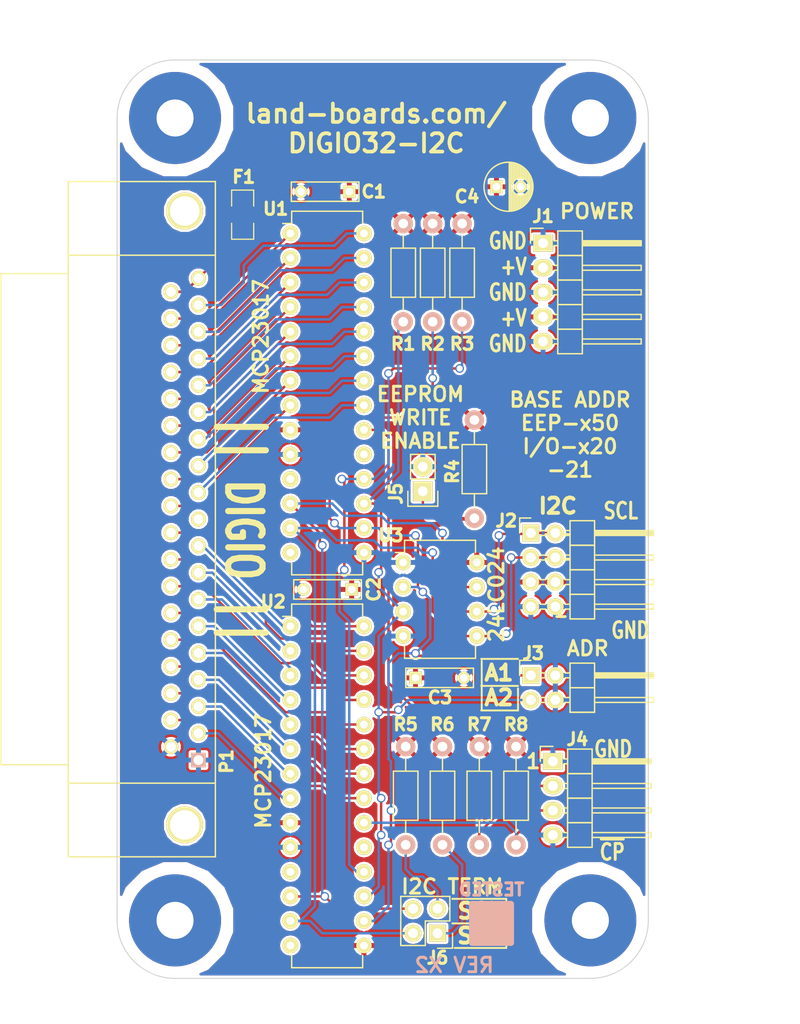
<source format=kicad_pcb>
(kicad_pcb (version 20211014) (generator pcbnew)
  (title_block (title "8-Channel Opto-Isolated Output I2C") (rev "X1") (company "land-boards.com"))
  (layers (0 "F.Cu" signal) (31 "B.Cu" signal) (36 "B.SilkS" user "B.Silkscreen") (37 "F.SilkS" user "F.Silkscreen") (38 "B.Mask" user) (39 "F.Mask" user) (44 "Edge.Cuts" user))
  (net 0 "")
  (net 1 "/A1")
  (net 2 "/A2")
  (net 3 "/SCL")
  (net 4 "/SDA")
  (net 5 "/VCC")
  (net 6 "GND")
  (net 7 "/RST")
  (net 8 "/F5V")
  (net 9 "Net-(J6-Pad1)")
  (net 10 "Net-(J6-Pad3)")
  (net 11 "/INT0")
  (net 12 "/INT1")
  (net 13 "/WE")
  (net 14 "/C1GPB7")
  (net 15 "/C1GPB6")
  (net 16 "/C1GPB5")
  (net 17 "/C1GPB4")
  (net 18 "/C1GPB3")
  (net 19 "/C1GPB2")
  (net 20 "/C1GPB1")
  (net 21 "/C1GPB0")
  (net 22 "Net-(P1-Pad10)")
  (net 23 "/C0GPA0")
  (net 24 "/C0GPA1")
  (net 25 "/C0GPA2")
  (net 26 "/C0GPA3")
  (net 27 "/C0GPA4")
  (net 28 "/C0GPA5")
  (net 29 "/C0GPA6")
  (net 30 "/C0GPA7")
  (net 31 "/C1GPA0")
  (net 32 "/C1GPA1")
  (net 33 "/C1GPA2")
  (net 34 "/C1GPA3")
  (net 35 "/C1GPA4")
  (net 36 "/C1GPA5")
  (net 37 "/C1GPA6")
  (net 38 "/C1GPA7")
  (net 39 "/C0GPB7")
  (net 40 "/C0GPB6")
  (net 41 "/C0GPB5")
  (net 42 "/C0GPB4")
  (net 43 "/C0GPB3")
  (net 44 "/C0GPB2")
  (net 45 "/C0GPB1")
  (net 46 "/C0GPB0")
  (net 47 "Net-(U1-Pad19)")
  (net 48 "Net-(U2-Pad19)")
  (footprint "MTG-6-32" (layer "F.Cu") (at 16 16 180)
    (fp_text reference "MTG4" hide)
    (fp_text value "MTG_HOLE" hide)
  )
  (footprint "MTG-6-32" (layer "F.Cu") (at 59 16 180)
    (fp_text reference "MTG3" hide)
    (fp_text value "MTG_HOLE" hide)
  )
  (footprint "MTG-6-32" (layer "F.Cu") (at 16 99 180)
    (fp_text reference "MTG2" hide)
    (fp_text value "MTG_HOLE" hide)
  )
  (footprint "MTG-6-32" (layer "F.Cu") (at 59 99 180)
    (fp_text reference "MTG1" hide)
    (fp_text value "MTG_HOLE" hide)
  )
  (footprint "SM1206" (layer "F.Cu") (at 23 26 -90)
    (fp_text reference "F1")
    (fp_text value "FUSE" hide)
  )
  (footprint "Pin_Headers:Pin_Header_Straight_1x02" (layer "F.Cu") (at 41.656 54.61 180)
    (fp_text reference "J5")
    (fp_text value "CONN_01X02" hide)
  )
  (footprint "Capacitors_ThroughHole:C_Rect_L7_W2_P5" (layer "F.Cu") (at 34.036 23.622 180)
    (fp_text reference "C1")
    (fp_text value "0.1uF" hide)
  )
  (footprint "Capacitors_ThroughHole:C_Rect_L7_W2_P5" (layer "F.Cu") (at 34.29 64.77 180)
    (fp_text reference "C2")
    (fp_text value "0.1uF" hide)
  )
  (footprint "Connect:DB37FC" (layer "F.Cu") (at 17 57.5 90)
    (fp_text reference "P1")
    (fp_text value "DB37" hide)
  )
  (footprint "Housings_DIP:DIP-28_W7.62mm" (layer "F.Cu") (at 27.94 68.58)
    (fp_text reference "U2")
    (fp_text value "MCP23017P" hide)
  )
  (footprint "Housings_DIP:DIP-28_W7.62mm" (layer "F.Cu") (at 27.94 27.94)
    (fp_text reference "U1")
    (fp_text value "MCP23017P" hide)
  )
  (footprint "Housings_DIP:DIP-8_W7.62mm" (layer "F.Cu") (at 39.624 61.976)
    (fp_text reference "U3")
    (fp_text value "24C01" hide)
  )
  (footprint "Pin_Headers:Pin_Header_Angled_2x04" (layer "F.Cu") (at 52.832 58.928)
    (fp_text reference "J2")
    (fp_text value "CONN_02X04" hide)
  )
  (footprint "Pin_Headers:Pin_Header_Angled_1x05" (layer "F.Cu") (at 54.102 28.956)
    (fp_text reference "J1")
    (fp_text value "CONN_01X05" hide)
  )
  (footprint "Resistors_ThroughHole:Resistor_Horizontal_RM10mm" (layer "F.Cu") (at 43.688 91.186 90)
    (fp_text reference "R6")
    (fp_text value "2.2K" hide)
  )
  (footprint "Resistors_ThroughHole:Resistor_Horizontal_RM10mm" (layer "F.Cu") (at 39.878 91.186 90)
    (fp_text reference "R5")
    (fp_text value "2.2K" hide)
  )
  (footprint "Resistors_ThroughHole:Resistor_Horizontal_RM10mm" (layer "F.Cu") (at 47.498 91.186 90)
    (fp_text reference "R7")
    (fp_text value "10K" hide)
  )
  (footprint "Resistors_ThroughHole:Resistor_Horizontal_RM10mm" (layer "F.Cu") (at 45.72 37.084 90)
    (fp_text reference "R3")
    (fp_text value "10K" hide)
  )
  (footprint "Resistors_ThroughHole:Resistor_Horizontal_RM10mm" (layer "F.Cu") (at 46.99 57.404 90)
    (fp_text reference "R4")
    (fp_text value "1K" hide)
  )
  (footprint "Resistors_ThroughHole:Resistor_Horizontal_RM10mm" (layer "F.Cu") (at 39.624 37.084 90)
    (fp_text reference "R1")
    (fp_text value "10K" hide)
  )
  (footprint "Resistors_ThroughHole:Resistor_Horizontal_RM10mm" (layer "F.Cu") (at 51.308 91.186 90)
    (fp_text reference "R8")
    (fp_text value "10K" hide)
  )
  (footprint "Resistors_ThroughHole:Resistor_Horizontal_RM10mm" (layer "F.Cu") (at 42.672 37.084 90)
    (fp_text reference "R2")
    (fp_text value "10K" hide)
  )
  (footprint "Pin_Headers:Pin_Header_Angled_1x04" (layer "F.Cu") (at 55.118 82.55)
    (fp_text reference "J4")
    (fp_text value "CONN_01X04" hide)
  )
  (footprint "Capacitors_ThroughHole:C_Rect_L7_W2_P5" (layer "F.Cu") (at 40.894 73.914)
    (fp_text reference "C3")
    (fp_text value "0.1uF" hide)
  )
  (footprint "Pin_Headers:Pin_Header_Angled_2x02" (layer "F.Cu") (at 52.832 73.66)
    (fp_text reference "J3")
    (fp_text value "CONN_02X02" hide)
  )
  (footprint "Pin_Headers:Pin_Header_Straight_2x02" (layer "F.Cu") (at 43.18 100.33 180)
    (fp_text reference "J6")
    (fp_text value "CONN_02X02" hide)
  )
  (footprint "Capacitors_ThroughHole:C_Radial_D5_L11_P2.5" (layer "F.Cu") (at 49.276 23.114)
    (fp_text reference "C4")
    (fp_text value "47uF" hide)
  )
  (footprint "DougsNewMods:TEST_BLK-REAR" (layer "F.Cu") (at 48.768 99.314)
    (fp_text reference "TESTED")
    (fp_text value "TESTED_COUPON" hide)
  )
  (gr_line (start 47.752 72.136) (end 47.752 77.216) (layer "F.SilkS") (width 0.2))
  (gr_line (start 47.698 74.746) (end 51.508 74.746) (layer "F.SilkS") (width 0.2))
  (gr_line (start 44.704 96.774) (end 50.292 96.774) (layer "F.SilkS") (width 0.2))
  (gr_line (start 50.292 99.314) (end 44.704 99.314) (layer "F.SilkS") (width 0.2))
  (gr_line (start 47.698 77.286) (end 51.508 77.286) (layer "F.SilkS") (width 0.2))
  (gr_line (start 50.292 101.854) (end 44.958 101.854) (layer "F.SilkS") (width 0.2))
  (gr_line (start 50.292 96.774) (end 50.292 101.854) (layer "F.SilkS") (width 0.2))
  (gr_line (start 47.698 71.952) (end 51.508 71.952) (layer "F.SilkS") (width 0.2))
  (gr_line (start 51.508 77.286) (end 51.508 75) (layer "F.SilkS") (width 0.2))
  (gr_line (start 54.35 61.586) (end 56.89 61.586) (layer "F.SilkS") (width 0.2))
  (gr_line (start 54.35 59.046) (end 56.89 59.046) (layer "F.SilkS") (width 0.2))
  (gr_line (start 65 16) (end 65 99) (layer "Edge.Cuts") (width 0.1))
  (gr_line (start 10 99) (end 10 16) (layer "Edge.Cuts") (width 0.1))
  (gr_line (start 16 10) (end 59 10) (layer "Edge.Cuts") (width 0.1))
  (gr_arc (start 65 99) (mid 63.242641 103.242641) (end 59 105) (layer "Edge.Cuts") (width 0.1))
  (gr_line (start 59 105) (end 16 105) (layer "Edge.Cuts") (width 0.1))
  (gr_arc (start 10 16) (mid 11.757359 11.757359) (end 16 10) (layer "Edge.Cuts") (width 0.1))
  (gr_arc (start 16 105) (mid 11.757359 103.242641) (end 10 99) (layer "Edge.Cuts") (width 0.1))
  (gr_arc (start 59 10) (mid 63.242641 11.757359) (end 65 16) (layer "Edge.Cuts") (width 0.1))
  (gr_text "REV X2" (at 40.64 103.632) (layer "B.SilkS") (effects (font (size 1.5 1.5) (thickness 0.3)) (justify right mirror)))
  (gr_text "SCL\nSDA" (at 47.498 99.314) (layer "F.SilkS") (effects (font (size 1.5875 1.5875) (thickness 0.396875))))
  (gr_text "24LC024" (at 49.276 65.278 90) (layer "F.SilkS") (effects (font (size 1.5 1.5) (thickness 0.3))))
  (gr_text "1" (at 55.958 66.896) (layer "F.SilkS") (effects (font (size 1.5 1.5) (thickness 0.3))))
  (gr_text "GND" (at 61 69) (layer "F.SilkS") (effects (font (size 1.651 1.27) (thickness 0.3)) (justify left)))
  (gr_text "1" (at 53.086 82.55) (layer "F.SilkS") (effects (font (size 1.5 1.5) (thickness 0.3))))
  (gr_text "POWER" (at 59.69 25.654) (layer "F.SilkS") (effects (font (size 1.5 1.5) (thickness 0.3))))
  (gr_text "~{CP}" (at 62.738 91.948) (layer "F.SilkS") (effects (font (size 1.651 1.27) (thickness 0.3)) (justify right)))
  (gr_text "land-boards.com/\nDIGIO32-I2C" (at 36.83 17.0815) (layer "F.SilkS") (effects (font (size 1.905 1.905) (thickness 0.381))))
  (gr_text "SCL" (at 60.198 56.642) (layer "F.SilkS") (effects (font (size 1.651 1.27) (thickness 0.3)) (justify left)))
  (gr_text "ADR" (at 56.388 70.866) (layer "F.SilkS") (effects (font (size 1.5 1.5) (thickness 0.3)) (justify left)))
  (gr_text "GND\n+V\nGND\n+V\nGND" (at 52.578 34.036) (layer "F.SilkS") (effects (font (size 1.651 1.27) (thickness 0.3)) (justify right)))
  (gr_text "I2C" (at 55.626 56.134) (layer "F.SilkS") (effects (font (size 1.5875 1.5875) (thickness 0.396875))))
  (gr_text "A1\nA2" (at 49.53 74.676) (layer "F.SilkS") (effects (font (size 1.5875 1.5875) (thickness 0.396875))))
  (gr_text "I2C TERM" (at 44.704 95.504) (layer "F.SilkS") (effects (font (size 1.5 1.5) (thickness 0.3))))
  (gr_text "BASE ADDR\nEEP-x50\nI/O-x20\n-21" (at 56.896 48.768) (layer "F.SilkS") (effects (font (size 1.5 1.5) (thickness 0.3))))
  (gr_text "GND" (at 63.5 81.28) (layer "F.SilkS") (effects (font (size 1.651 1.27) (thickness 0.3)) (justify right)))
  (gr_text "EEPROM\nWRITE\nENABLE" (at 41.402 46.99) (layer "F.SilkS") (effects (font (size 1.5 1.5) (thickness 0.3))))
  (gr_text "|| DIGIO ||" (at 23.114 70.866 270) (layer "F.SilkS") (effects (font (size 3.556 2.54) (thickness 0.635)) (justify right)))
  (gr_text "MCP23017" (at 25.146 83.566 90) (layer "F.SilkS") (effects (font (size 1.5 1.5) (thickness 0.3))))
  (gr_text "MCP23017" (at 24.892 38.608 90) (layer "F.SilkS") (effects (font (size 1.5 1.5) (thickness 0.3))))
  (segment (start 38.1 91.186) (end 38.354 90.932) (width 0.254) (layer "F.Cu") (net 1))
  (segment (start 38.354 90.932) (end 38.354 87.63) (width 0.254) (layer "F.Cu") (net 1))
  (segment (start 40.894 59.182) (end 41.148 59.436) (width 0.254) (layer "F.Cu") (net 1))
  (segment (start 41.148 59.436) (end 41.148 64.516) (width 0.254) (layer "F.Cu") (net 1))
  (segment (start 41.148 64.516) (end 41.656 65.024) (width 0.254) (layer "F.Cu") (net 1))
  (segment (start 32.512 57.912) (end 32.004 57.404) (width 0.254) (layer "F.Cu") (net 1))
  (segment (start 32.004 57.404) (end 32.004 48.26) (width 0.254) (layer "F.Cu") (net 1))
  (segment (start 32.004 48.26) (end 33.274 46.99) (width 0.254) (layer "F.Cu") (net 1))
  (segment (start 33.274 46.99) (end 39.37 46.99) (width 0.254) (layer "F.Cu") (net 1))
  (segment (start 39.37 46.99) (end 42.672 43.688) (width 0.254) (layer "F.Cu") (net 1))
  (segment (start 42.672 43.688) (end 42.672 42.926) (width 0.254) (layer "F.Cu") (net 1))
  (segment (start 51.054 73.66) (end 49.022 71.628) (width 0.254) (layer "F.Cu") (net 1))
  (segment (start 49.022 71.628) (end 41.148 71.628) (width 0.254) (layer "F.Cu") (net 1))
  (segment (start 41.148 71.628) (end 40.894 71.374) (width 0.254) (layer "F.Cu") (net 1))
  (segment (start 52.832 73.66) (end 51.054 73.66) (width 0.254) (layer "F.Cu") (net 1))
  (via (at 42.672 42.926) (size 0.889) (drill 0.635) (layers "F.Cu" "B.Cu") (net 1))
  (via (at 38.1 91.186) (size 0.889) (drill 0.635) (layers "F.Cu" "B.Cu") (net 1))
  (via (at 32.512 57.912) (size 0.889) (drill 0.635) (layers "F.Cu" "B.Cu") (net 1))
  (via (at 38.354 87.63) (size 0.889) (drill 0.635) (layers "F.Cu" "B.Cu") (net 1))
  (via (at 40.894 59.182) (size 0.889) (drill 0.635) (layers "F.Cu" "B.Cu") (net 1))
  (via (at 40.894 71.374) (size 0.889) (drill 0.635) (layers "F.Cu" "B.Cu") (net 1))
  (via (at 41.656 65.024) (size 0.889) (drill 0.635) (layers "F.Cu" "B.Cu") (net 1))
  (segment (start 36.576 99.06) (end 38.1 97.536) (width 0.254) (layer "B.Cu") (net 1))
  (segment (start 38.1 97.536) (end 38.1 91.186) (width 0.254) (layer "B.Cu") (net 1))
  (segment (start 38.354 87.63) (end 38.354 82.55) (width 0.254) (layer "B.Cu") (net 1))
  (segment (start 38.354 82.55) (end 38.1 82.296) (width 0.254) (layer "B.Cu") (net 1))
  (segment (start 38.1 82.296) (end 38.1 77.978) (width 0.254) (layer "B.Cu") (net 1))
  (segment (start 42.418 65.786) (end 41.656 65.024) (width 0.254) (layer "B.Cu") (net 1))
  (segment (start 41.148 64.516) (end 39.624 64.516) (width 0.254) (layer "B.Cu") (net 1))
  (segment (start 37.084 58.42) (end 37.846 59.182) (width 0.254) (layer "B.Cu") (net 1))
  (segment (start 37.846 59.182) (end 40.894 59.182) (width 0.254) (layer "B.Cu") (net 1))
  (segment (start 41.656 65.024) (end 41.148 64.516) (width 0.254) (layer "B.Cu") (net 1))
  (segment (start 33.02 58.42) (end 32.512 57.912) (width 0.254) (layer "B.Cu") (net 1))
  (segment (start 42.672 42.926) (end 42.672 37.211) (width 0.254) (layer "B.Cu") (net 1))
  (segment (start 42.418 69.85) (end 42.418 65.786) (width 0.254) (layer "B.Cu") (net 1))
  (segment (start 38.1 72.39) (end 39.116 71.374) (width 0.254) (layer "B.Cu") (net 1))
  (segment (start 39.116 71.374) (end 40.894 71.374) (width 0.254) (layer "B.Cu") (net 1))
  (segment (start 40.894 71.374) (end 42.418 69.85) (width 0.254) (layer "B.Cu") (net 1))
  (segment (start 35.56 58.42) (end 33.02 58.42) (width 0.254) (layer "B.Cu") (net 1))
  (segment (start 38.1 77.978) (end 38.1 72.39) (width 0.254) (layer "B.Cu") (net 1))
  (segment (start 35.56 58.42) (end 37.084 58.42) (width 0.254) (layer "B.Cu") (net 1))
  (segment (start 35.56 99.06) (end 36.576 99.06) (width 0.254) (layer "B.Cu") (net 1))
  (segment (start 37.338 90.17) (end 37.338 86.36) (width 0.254) (layer "F.Cu") (net 2))
  (segment (start 37.084 62.992) (end 37.338 62.738) (width 0.254) (layer "F.Cu") (net 2))
  (segment (start 37.338 62.738) (end 37.338 56.642) (width 0.254) (layer "F.Cu") (net 2))
  (segment (start 37.338 56.642) (end 36.576 55.88) (width 0.254) (layer "F.Cu") (net 2))
  (segment (start 36.576 55.88) (end 35.56 55.88) (width 0.254) (layer "F.Cu") (net 2))
  (segment (start 39.116 77.216) (end 38.862 77.47) (width 0.254) (layer "F.Cu") (net 2))
  (segment (start 38.862 77.47) (end 37.084 77.47) (width 0.254) (layer "F.Cu") (net 2))
  (via (at 37.338 86.36) (size 0.889) (drill 0.635) (layers "F.Cu" "B.Cu") (net 2))
  (via (at 37.084 62.992) (size 0.889) (drill 0.635) (layers "F.Cu" "B.Cu") (net 2))
  (via (at 37.338 90.17) (size 0.889) (drill 0.635) (layers "F.Cu" "B.Cu") (net 2))
  (via (at 39.116 77.216) (size 0.889) (drill 0.635) (layers "F.Cu" "B.Cu") (net 2))
  (via (at 37.084 77.47) (size 0.889) (drill 0.635) (layers "F.Cu" "B.Cu") (net 2))
  (segment (start 36.068 96.52) (end 37.084 95.504) (width 0.254) (layer "B.Cu") (net 2))
  (segment (start 37.084 95.504) (end 37.084 90.424) (width 0.254) (layer "B.Cu") (net 2))
  (segment (start 37.084 90.424) (end 37.338 90.17) (width 0.254) (layer "B.Cu") (net 2))
  (segment (start 37.338 86.36) (end 37.084 86.106) (width 0.254) (layer "B.Cu") (net 2))
  (segment (start 37.084 86.106) (end 37.084 77.47) (width 0.254) (layer "B.Cu") (net 2))
  (segment (start 37.084 74.93) (end 37.084 71.628) (width 0.254) (layer "B.Cu") (net 2))
  (segment (start 35.814 55.88) (end 39.116 52.578) (width 0.254) (layer "B.Cu") (net 2))
  (segment (start 39.116 52.578) (end 39.116 37.719) (width 0.254) (layer "B.Cu") (net 2))
  (segment (start 39.116 37.719) (end 39.624 37.211) (width 0.254) (layer "B.Cu") (net 2))
  (segment (start 37.084 64.516) (end 39.624 67.056) (width 0.254) (layer "B.Cu") (net 2))
  (segment (start 37.084 69.596) (end 39.624 67.056) (width 0.254) (layer "B.Cu") (net 2))
  (segment (start 37.084 77.47) (end 37.084 74.93) (width 0.254) (layer "B.Cu") (net 2))
  (segment (start 40.132 76.2) (end 39.116 77.216) (width 0.254) (layer "B.Cu") (net 2))
  (segment (start 52.832 76.2) (end 40.132 76.2) (width 0.254) (layer "B.Cu") (net 2))
  (segment (start 37.084 62.992) (end 37.084 64.516) (width 0.254) (layer "B.Cu") (net 2))
  (segment (start 35.56 55.88) (end 35.814 55.88) (width 0.254) (layer "B.Cu") (net 2))
  (segment (start 37.084 71.628) (end 37.084 69.596) (width 0.254) (layer "B.Cu") (net 2))
  (segment (start 35.56 96.52) (end 36.068 96.52) (width 0.254) (layer "B.Cu") (net 2))
  (segment (start 48.768 67.056) (end 49.022 66.802) (width 0.254) (layer "F.Cu") (net 3))
  (segment (start 49.53 59.182) (end 49.69 59.022) (width 0.254) (layer "F.Cu") (net 3))
  (segment (start 49.69 59.022) (end 52.91 59.022) (width 0.254) (layer "F.Cu") (net 3))
  (segment (start 45.72 67.056) (end 43.688 65.024) (width 0.254) (layer "F.Cu") (net 3))
  (segment (start 43.688 65.024) (end 43.688 58.928) (width 0.254) (layer "F.Cu") (net 3))
  (segment (start 40.386 97.536) (end 40.64 97.79) (width 0.254) (layer "F.Cu") (net 3))
  (segment (start 31.242 60.198) (end 30.988 59.944) (width 0.254) (layer "F.Cu") (net 3))
  (segment (start 30.988 59.944) (end 30.988 58.928) (width 0.254) (layer "F.Cu") (net 3))
  (segment (start 30.988 58.928) (end 27.94 55.88) (width 0.254) (layer "F.Cu") (net 3))
  (segment (start 32.766 97.79) (end 31.496 96.52) (width 0.254) (layer "F.Cu") (net 3))
  (segment (start 47.244 67.056) (end 48.768 67.056) (width 0.254) (layer "F.Cu") (net 3))
  (segment (start 47.244 67.056) (end 45.72 67.056) (width 0.254) (layer "F.Cu") (net 3))
  (segment (start 52.832 58.928) (end 55.372 58.928) (width 0.254) (layer "F.Cu") (net 3))
  (segment (start 40.64 97.79) (end 32.766 97.79) (width 0.254) (layer "F.Cu") (net 3))
  (segment (start 27.94 96.52) (end 31.496 96.52) (width 0.254) (layer "F.Cu") (net 3))
  (via (at 43.688 58.928) (size 0.889) (drill 0.635) (layers "F.Cu" "B.Cu") (net 3))
  (via (at 49.53 59.182) (size 0.889) (drill 0.635) (layers "F.Cu" "B.Cu") (net 3))
  (via (at 31.496 96.52) (size 0.889) (drill 0.635) (layers "F.Cu" "B.Cu") (net 3))
  (via (at 49.022 66.802) (size 0.889) (drill 0.635) (layers "F.Cu" "B.Cu") (net 3))
  (via (at 31.242 60.198) (size 0.889) (drill 0.635) (layers "F.Cu" "B.Cu") (net 3))
  (segment (start 49.022 66.802) (end 49.53 66.294) (width 0.254) (layer "B.Cu") (net 3))
  (segment (start 49.53 66.294) (end 49.53 59.182) (width 0.254) (layer "B.Cu") (net 3))
  (segment (start 43.688 58.928) (end 42.672 57.912) (width 0.254) (layer "B.Cu") (net 3))
  (segment (start 42.672 57.912) (end 38.1 57.912) (width 0.254) (layer "B.Cu") (net 3))
  (segment (start 38.1 57.912) (end 37.338 57.15) (width 0.254) (layer "B.Cu") (net 3))
  (segment (start 37.338 57.15) (end 33.528 57.15) (width 0.254) (layer "B.Cu") (net 3))
  (segment (start 33.528 57.15) (end 32.258 55.88) (width 0.254) (layer "B.Cu") (net 3))
  (segment (start 32.258 55.88) (end 27.94 55.88) (width 0.254) (layer "B.Cu") (net 3))
  (segment (start 31.496 96.52) (end 31.242 96.266) (width 0.254) (layer "B.Cu") (net 3))
  (segment (start 31.242 96.266) (end 31.242 60.198) (width 0.254) (layer "B.Cu") (net 3))
  (segment (start 50.038 69.596) (end 50.292 69.342) (width 0.254) (layer "F.Cu") (net 4))
  (segment (start 42.672 60.96) (end 42.672 67.056) (width 0.254) (layer "F.Cu") (net 4))
  (segment (start 42.672 67.056) (end 45.212 69.596) (width 0.254) (layer "F.Cu") (net 4))
  (segment (start 45.212 69.596) (end 47.244 69.596) (width 0.254) (layer "F.Cu") (net 4))
  (segment (start 52.832 61.468) (end 55.372 61.468) (width 0.254) (layer "F.Cu") (net 4))
  (segment (start 47.244 69.596) (end 50.038 69.596) (width 0.254) (layer "F.Cu") (net 4))
  (segment (start 50.8 61.468) (end 52.832 61.468) (width 0.254) (layer "F.Cu") (net 4))
  (via (at 50.8 61.468) (size 0.889) (drill 0.635) (layers "F.Cu" "B.Cu") (net 4))
  (via (at 42.672 60.96) (size 0.889) (drill 0.635) (layers "F.Cu" "B.Cu") (net 4))
  (via (at 50.292 69.342) (size 0.889) (drill 0.635) (layers "F.Cu" "B.Cu") (net 4))
  (segment (start 50.292 69.342) (end 50.8 68.834) (width 0.254) (layer "B.Cu") (net 4))
  (segment (start 50.8 68.834) (end 50.8 61.468) (width 0.254) (layer "B.Cu") (net 4))
  (segment (start 31.496 58.42) (end 32.766 59.69) (width 0.254) (layer "B.Cu") (net 4))
  (segment (start 32.766 59.69) (end 36.576 59.69) (width 0.254) (layer "B.Cu") (net 4))
  (segment (start 29.718 99.06) (end 27.94 99.06) (width 0.254) (layer "B.Cu") (net 4))
  (segment (start 28.194 58.42) (end 30.48 60.706) (width 0.254) (layer "B.Cu") (net 4))
  (segment (start 30.48 60.706) (end 30.48 97.536) (width 0.254) (layer "B.Cu") (net 4))
  (segment (start 30.48 97.536) (end 28.956 99.06) (width 0.254) (layer "B.Cu") (net 4))
  (segment (start 28.956 99.06) (end 27.94 99.06) (width 0.254) (layer "B.Cu") (net 4))
  (segment (start 29.718 99.06) (end 27.94 99.06) (width 0.254) (layer "B.Cu") (net 4))
  (segment (start 29.972 99.06) (end 31.242 100.33) (width 0.254) (layer "B.Cu") (net 4))
  (segment (start 31.242 100.33) (end 38.354 100.33) (width 0.254) (layer "B.Cu") (net 4))
  (segment (start 38.354 100.33) (end 40.64 100.33) (width 0.254) (layer "B.Cu") (net 4))
  (segment (start 41.656 60.96) (end 41.148 60.452) (width 0.254) (layer "B.Cu") (net 4))
  (segment (start 41.148 60.452) (end 37.338 60.452) (width 0.254) (layer "B.Cu") (net 4))
  (segment (start 37.338 60.452) (end 36.576 59.69) (width 0.254) (layer "B.Cu") (net 4))
  (segment (start 27.94 58.42) (end 28.194 58.42) (width 0.254) (layer "B.Cu") (net 4))
  (segment (start 27.94 99.06) (end 29.972 99.06) (width 0.254) (layer "B.Cu") (net 4))
  (segment (start 27.94 58.42) (end 31.496 58.42) (width 0.254) (layer "B.Cu") (net 4))
  (segment (start 42.672 60.96) (end 41.656 60.96) (width 0.254) (layer "B.Cu") (net 4))
  (segment (start 33.274 53.34) (end 33.528 53.594) (width 0.254) (layer "F.Cu") (net 7))
  (segment (start 33.528 53.594) (end 33.528 62.738) (width 0.254) (layer "F.Cu") (net 7))
  (segment (start 38.1 42.418) (end 38.608 41.91) (width 0.254) (layer "F.Cu") (net 7))
  (segment (start 38.608 41.91) (end 45.466 41.91) (width 0.254) (layer "F.Cu") (net 7))
  (via (at 45.466 41.91) (size 0.889) (drill 0.635) (layers "F.Cu" "B.Cu") (net 7))
  (via (at 33.274 53.34) (size 0.889) (drill 0.635) (layers "F.Cu" "B.Cu") (net 7))
  (via (at 38.1 42.418) (size 0.889) (drill 0.635) (layers "F.Cu" "B.Cu") (net 7))
  (via (at 33.528 62.738) (size 0.889) (drill 0.635) (layers "F.Cu" "B.Cu") (net 7))
  (segment (start 34.798 93.98) (end 34.036 93.218) (width 0.254) (layer "B.Cu") (net 7))
  (segment (start 34.036 93.218) (end 34.036 69.342) (width 0.254) (layer "B.Cu") (net 7))
  (segment (start 36.576 53.34) (end 38.1 51.816) (width 0.254) (layer "B.Cu") (net 7))
  (segment (start 38.1 51.816) (end 38.1 42.418) (width 0.254) (layer "B.Cu") (net 7))
  (segment (start 45.466 41.91) (end 45.72 41.656) (width 0.254) (layer "B.Cu") (net 7))
  (segment (start 45.72 41.656) (end 45.72 37.211) (width 0.254) (layer "B.Cu") (net 7))
  (segment (start 33.020002 63.245998) (end 33.020002 67.055998) (width 0.254) (layer "B.Cu") (net 7))
  (segment (start 33.020002 67.055998) (end 34.036 68.071996) (width 0.254) (layer "B.Cu") (net 7))
  (segment (start 34.036 68.071996) (end 34.036 69.342) (width 0.254) (layer "B.Cu") (net 7))
  (segment (start 35.56 93.98) (end 34.798 93.98) (width 0.254) (layer "B.Cu") (net 7))
  (segment (start 35.56 53.34) (end 33.274 53.34) (width 0.254) (layer "B.Cu") (net 7))
  (segment (start 35.56 53.34) (end 36.576 53.34) (width 0.254) (layer "B.Cu") (net 7))
  (segment (start 33.528 62.738) (end 33.020002 63.245998) (width 0.254) (layer "B.Cu") (net 7))
  (segment (start 17.0254 33.9796) (end 23 28.005) (width 0.254) (layer "F.Cu") (net 8))
  (segment (start 23 28.005) (end 23 27.651) (width 0.254) (layer "F.Cu") (net 8))
  (segment (start 17.0254 33.9796) (end 18.4224 32.5826) (width 0.254) (layer "F.Cu") (net 8))
  (segment (start 15.5776 33.9796) (end 17.0254 33.9796) (width 0.254) (layer "F.Cu") (net 8))
  (segment (start 45.72 93.218) (end 43.688 91.186) (width 0.254) (layer "B.Cu") (net 9))
  (segment (start 44.704 100.33) (end 45.72 99.314) (width 0.254) (layer "B.Cu") (net 9))
  (segment (start 45.72 99.314) (end 45.72 93.218) (width 0.254) (layer "B.Cu") (net 9))
  (segment (start 43.18 100.33) (end 44.704 100.33) (width 0.254) (layer "B.Cu") (net 9))
  (segment (start 40.64 94.488) (end 39.878 93.726) (width 0.254) (layer "B.Cu") (net 10))
  (segment (start 39.878 93.726) (end 39.878 91.186) (width 0.254) (layer "B.Cu") (net 10))
  (segment (start 43.18 96.012) (end 41.656 94.488) (width 0.254) (layer "B.Cu") (net 10))
  (segment (start 41.656 94.488) (end 40.64 94.488) (width 0.254) (layer "B.Cu") (net 10))
  (segment (start 43.18 97.79) (end 43.18 97.028) (width 0.254) (layer "B.Cu") (net 10))
  (segment (start 43.18 97.79) (end 43.18 96.012) (width 0.254) (layer "B.Cu") (net 10))
  (segment (start 53.848 87.63) (end 51.308 90.17) (width 0.254) (layer "F.Cu") (net 11))
  (segment (start 51.308 90.17) (end 51.308 91.059) (width 0.254) (layer "F.Cu") (net 11))
  (segment (start 55.118 87.63) (end 53.848 87.63) (width 0.254) (layer "F.Cu") (net 11))
  (segment (start 50.292 88.9) (end 51.308 89.916) (width 0.254) (layer "B.Cu") (net 11))
  (segment (start 51.308 89.916) (end 51.308 91.059) (width 0.254) (layer "B.Cu") (net 11))
  (segment (start 35.56 88.9) (end 50.292 88.9) (width 0.254) (layer "B.Cu") (net 11))
  (segment (start 38.1 49.022) (end 37.338 48.26) (width 0.254) (layer "F.Cu") (net 12))
  (segment (start 37.338 48.26) (end 35.56 48.26) (width 0.254) (layer "F.Cu") (net 12))
  (segment (start 47.498 83.566) (end 45.72 81.788) (width 0.254) (layer "F.Cu") (net 12))
  (segment (start 45.72 81.788) (end 45.72 80.264) (width 0.254) (layer "F.Cu") (net 12))
  (segment (start 52.324 85.09) (end 47.498 89.916) (width 0.254) (layer "F.Cu") (net 12))
  (segment (start 47.498 89.916) (end 47.498 91.059) (width 0.254) (layer "F.Cu") (net 12))
  (segment (start 38.1 70.358) (end 38.1 49.022) (width 0.254) (layer "F.Cu") (net 12))
  (segment (start 38.1 74.422) (end 42.418 78.74) (width 0.254) (layer "F.Cu") (net 12))
  (segment (start 42.418 78.74) (end 44.196 78.74) (width 0.254) (layer "F.Cu") (net 12))
  (segment (start 44.196 78.74) (end 45.72 80.264) (width 0.254) (layer "F.Cu") (net 12))
  (segment (start 38.1 70.358) (end 38.1 74.422) (width 0.254) (layer "F.Cu") (net 12))
  (segment (start 47.498 91.059) (end 47.498 86.106) (width 0.254) (layer "F.Cu") (net 12))
  (segment (start 47.498 86.106) (end 47.498 83.566) (width 0.254) (layer "F.Cu") (net 12))
  (segment (start 55.118 85.09) (end 52.324 85.09) (width 0.254) (layer "F.Cu") (net 12))
  (segment (start 45.72 64.516) (end 44.958 63.754) (width 0.254) (layer "F.Cu") (net 13))
  (segment (start 44.958 63.754) (end 44.958 57.531) (width 0.254) (layer "F.Cu") (net 13))
  (segment (start 42.164 57.404) (end 41.656 56.896) (width 0.254) (layer "F.Cu") (net 13))
  (segment (start 41.656 56.896) (end 41.656 54.61) (width 0.254) (layer "F.Cu") (net 13))
  (segment (start 47.244 64.516) (end 45.72 64.516) (width 0.254) (layer "F.Cu") (net 13))
  (segment (start 46.99 57.404) (end 42.164 57.404) (width 0.254) (layer "F.Cu") (net 13))
  (segment (start 46.99 57.531) (end 44.958 57.531) (width 0.254) (layer "F.Cu") (net 13))
  (segment (start 27.178 86.36) (end 20.4668 79.6488) (width 0.254) (layer "B.Cu") (net 14))
  (segment (start 20.4668 79.6488) (end 18.4224 79.6488) (width 0.254) (layer "B.Cu") (net 14))
  (segment (start 27.94 86.36) (end 27.178 86.36) (width 0.254) (layer "B.Cu") (net 14))
  (segment (start 27.686 83.82) (end 20.7462 76.8802) (width 0.254) (layer "B.Cu") (net 15))
  (segment (start 20.7462 76.8802) (end 18.4224 76.8802) (width 0.254) (layer "B.Cu") (net 15))
  (segment (start 27.94 83.82) (end 27.686 83.82) (width 0.254) (layer "B.Cu") (net 15))
  (segment (start 27.686 81.28) (end 20.5176 74.1116) (width 0.254) (layer "B.Cu") (net 16))
  (segment (start 20.5176 74.1116) (end 18.4224 74.1116) (width 0.254) (layer "B.Cu") (net 16))
  (segment (start 27.94 81.28) (end 27.686 81.28) (width 0.254) (layer "B.Cu") (net 16))
  (segment (start 27.94 78.232) (end 21.051 71.343) (width 0.254) (layer "B.Cu") (net 17))
  (segment (start 21.051 71.343) (end 18.4224 71.343) (width 0.254) (layer "B.Cu") (net 17))
  (segment (start 27.94 78.74) (end 27.94 78.232) (width 0.254) (layer "B.Cu") (net 17))
  (segment (start 27.686 76.2) (end 20.0604 68.5744) (width 0.254) (layer "B.Cu") (net 18))
  (segment (start 20.0604 68.5744) (end 18.4224 68.5744) (width 0.254) (layer "B.Cu") (net 18))
  (segment (start 27.94 76.2) (end 27.686 76.2) (width 0.254) (layer "B.Cu") (net 18))
  (segment (start 27.94 72.898) (end 20.8478 65.8058) (width 0.254) (layer "B.Cu") (net 19))
  (segment (start 20.8478 65.8058) (end 18.4224 65.8058) (width 0.254) (layer "B.Cu") (net 19))
  (segment (start 27.94 73.66) (end 27.94 72.898) (width 0.254) (layer "B.Cu") (net 19))
  (segment (start 19.8572 63.0372) (end 27.94 71.12) (width 0.254) (layer "B.Cu") (net 20))
  (segment (start 18.4224 63.0372) (end 19.8572 63.0372) (width 0.254) (layer "B.Cu") (net 20))
  (segment (start 27.178 68.58) (end 18.8666 60.2686) (width 0.254) (layer "B.Cu") (net 21))
  (segment (start 18.8666 60.2686) (end 18.4224 60.2686) (width 0.254) (layer "B.Cu") (net 21))
  (segment (start 27.94 68.58) (end 27.178 68.58) (width 0.254) (layer "B.Cu") (net 21))
  (segment (start 18.4224 54.7296) (end 26.162 46.99) (width 0.254) (layer "B.Cu") (net 23))
  (segment (start 26.162 46.99) (end 32.004 46.99) (width 0.254) (layer "B.Cu") (net 23))
  (segment (start 32.004 46.99) (end 33.274 45.72) (width 0.254) (layer "B.Cu") (net 23))
  (segment (start 33.274 45.72) (end 35.56 45.72) (width 0.254) (layer "B.Cu") (net 23))
  (segment (start 18.4224 54.7314) (end 18.4224 54.7296) (width 0.254) (layer "B.Cu") (net 23))
  (segment (start 18.4224 51.9356) (end 25.908 44.45) (width 0.254) (layer "B.Cu") (net 24))
  (segment (start 25.908 44.45) (end 32.004 44.45) (width 0.254) (layer "B.Cu") (net 24))
  (segment (start 32.004 44.45) (end 33.274 43.18) (width 0.254) (layer "B.Cu") (net 24))
  (segment (start 33.274 43.18) (end 35.56 43.18) (width 0.254) (layer "B.Cu") (net 24))
  (segment (start 18.4224 51.9628) (end 18.4224 51.9356) (width 0.254) (layer "B.Cu") (net 24))
  (segment (start 19.1318 49.1942) (end 26.416 41.91) (width 0.254) (layer "B.Cu") (net 25))
  (segment (start 26.416 41.91) (end 32.258 41.91) (width 0.254) (layer "B.Cu") (net 25))
  (segment (start 32.258 41.91) (end 33.528 40.64) (width 0.254) (layer "B.Cu") (net 25))
  (segment (start 33.528 40.64) (end 35.56 40.64) (width 0.254) (layer "B.Cu") (net 25))
  (segment (start 18.4224 49.1942) (end 19.1318 49.1942) (width 0.254) (layer "B.Cu") (net 25))
  (segment (start 19.6144 46.4256) (end 26.67 39.37) (width 0.254) (layer "B.Cu") (net 26))
  (segment (start 26.67 39.37) (end 32.258 39.37) (width 0.254) (layer "B.Cu") (net 26))
  (segment (start 32.258 39.37) (end 33.528 38.1) (width 0.254) (layer "B.Cu") (net 26))
  (segment (start 33.528 38.1) (end 35.56 38.1) (width 0.254) (layer "B.Cu") (net 26))
  (segment (start 18.4224 46.4256) (end 19.6144 46.4256) (width 0.254) (layer "B.Cu") (net 26))
  (segment (start 19.589 43.657) (end 26.416 36.83) (width 0.254) (layer "B.Cu") (net 27))
  (segment (start 26.416 36.83) (end 32.004 36.83) (width 0.254) (layer "B.Cu") (net 27))
  (segment (start 32.004 36.83) (end 33.274 35.56) (width 0.254) (layer "B.Cu") (net 27))
  (segment (start 33.274 35.56) (end 35.56 35.56) (width 0.254) (layer "B.Cu") (net 27))
  (segment (start 18.4224 43.657) (end 19.589 43.657) (width 0.254) (layer "B.Cu") (net 27))
  (segment (start 20.0716 40.8884) (end 26.67 34.29) (width 0.254) (layer "B.Cu") (net 28))
  (segment (start 26.67 34.29) (end 31.75 34.29) (width 0.254) (layer "B.Cu") (net 28))
  (segment (start 31.75 34.29) (end 33.02 33.02) (width 0.254) (layer "B.Cu") (net 28))
  (segment (start 33.02 33.02) (end 35.56 33.02) (width 0.254) (layer "B.Cu") (net 28))
  (segment (start 18.4224 40.8884) (end 20.0716 40.8884) (width 0.254) (layer "B.Cu") (net 28))
  (segment (start 20.5542 38.1198) (end 26.924 31.75) (width 0.254) (layer "B.Cu") (net 29))
  (segment (start 26.924 31.75) (end 32.258 31.75) (width 0.254) (layer "B.Cu") (net 29))
  (segment (start 32.258 31.75) (end 33.528 30.48) (width 0.254) (layer "B.Cu") (net 29))
  (segment (start 33.528 30.48) (end 35.56 30.48) (width 0.254) (layer "B.Cu") (net 29))
  (segment (start 18.4224 38.1198) (end 20.5542 38.1198) (width 0.254) (layer "B.Cu") (net 29))
  (segment (start 20.7828 35.3512) (end 23.114 33.02) (width 0.254) (layer "B.Cu") (net 30))
  (segment (start 23.114 33.02) (end 23.114 31.242) (width 0.254) (layer "B.Cu") (net 30))
  (segment (start 23.114 31.242) (end 25.146 29.21) (width 0.254) (layer "B.Cu") (net 30))
  (segment (start 25.146 29.21) (end 32.512 29.21) (width 0.254) (layer "B.Cu") (net 30))
  (segment (start 32.512 29.21) (end 33.782 27.94) (width 0.254) (layer "B.Cu") (net 30))
  (segment (start 33.782 27.94) (end 35.56 27.94) (width 0.254) (layer "B.Cu") (net 30))
  (segment (start 18.4224 35.3512) (end 20.7828 35.3512) (width 0.254) (layer "B.Cu") (net 30))
  (segment (start 32.512 86.36) (end 31.242 85.09) (width 0.254) (layer "F.Cu") (net 31))
  (segment (start 31.242 85.09) (end 27.178 85.09) (width 0.254) (layer "F.Cu") (net 31))
  (segment (start 27.178 85.09) (end 20.3652 78.2772) (width 0.254) (layer "F.Cu") (net 31))
  (segment (start 20.3652 78.2772) (end 15.5776 78.2772) (width 0.254) (layer "F.Cu") (net 31))
  (segment (start 35.56 86.36) (end 32.512 86.36) (width 0.254) (layer "F.Cu") (net 31))
  (segment (start 31.496 83.82) (end 30.226 82.55) (width 0.254) (layer "F.Cu") (net 32))
  (segment (start 30.226 82.55) (end 27.432 82.55) (width 0.254) (layer "F.Cu") (net 32))
  (segment (start 27.432 82.55) (end 20.3906 75.5086) (width 0.254) (layer "F.Cu") (net 32))
  (segment (start 20.3906 75.5086) (end 15.5776 75.5086) (width 0.254) (layer "F.Cu") (net 32))
  (segment (start 35.56 83.82) (end 31.496 83.82) (width 0.254) (layer "F.Cu") (net 32))
  (segment (start 32.004 81.28) (end 30.734 80.01) (width 0.254) (layer "F.Cu") (net 33))
  (segment (start 30.734 80.01) (end 27.432 80.01) (width 0.254) (layer "F.Cu") (net 33))
  (segment (start 27.432 80.01) (end 20.162 72.74) (width 0.254) (layer "F.Cu") (net 33))
  (segment (start 20.162 72.74) (end 15.5776 72.74) (width 0.254) (layer "F.Cu") (net 33))
  (segment (start 35.56 81.28) (end 32.004 81.28) (width 0.254) (layer "F.Cu") (net 33))
  (segment (start 33.02 78.74) (end 31.75 77.47) (width 0.254) (layer "F.Cu") (net 34))
  (segment (start 31.75 77.47) (end 27.432 77.47) (width 0.254) (layer "F.Cu") (net 34))
  (segment (start 27.432 77.47) (end 19.9334 69.9714) (width 0.254) (layer "F.Cu") (net 34))
  (segment (start 19.9334 69.9714) (end 15.5776 69.9714) (width 0.254) (layer "F.Cu") (net 34))
  (segment (start 35.56 78.74) (end 33.02 78.74) (width 0.254) (layer "F.Cu") (net 34))
  (segment (start 33.274 76.2) (end 32.004 74.93) (width 0.254) (layer "F.Cu") (net 35))
  (segment (start 32.004 74.93) (end 27.178 74.93) (width 0.254) (layer "F.Cu") (net 35))
  (segment (start 27.178 74.93) (end 19.4508 67.2028) (width 0.254) (layer "F.Cu") (net 35))
  (segment (start 19.4508 67.2028) (end 15.5776 67.2028) (width 0.254) (layer "F.Cu") (net 35))
  (segment (start 35.56 76.2) (end 33.274 76.2) (width 0.254) (layer "F.Cu") (net 35))
  (segment (start 31.242 73.66) (end 29.972 72.39) (width 0.254) (layer "F.Cu") (net 36))
  (segment (start 29.972 72.39) (end 26.924 72.39) (width 0.254) (layer "F.Cu") (net 36))
  (segment (start 26.924 72.39) (end 18.9682 64.4342) (width 0.254) (layer "F.Cu") (net 36))
  (segment (start 18.9682 64.4342) (end 15.5776 64.4342) (width 0.254) (layer "F.Cu") (net 36))
  (segment (start 35.56 73.66) (end 31.242 73.66) (width 0.254) (layer "F.Cu") (net 36))
  (segment (start 33.02 71.12) (end 31.75 69.85) (width 0.254) (layer "F.Cu") (net 37))
  (segment (start 31.75 69.85) (end 26.924 69.85) (width 0.254) (layer "F.Cu") (net 37))
  (segment (start 26.924 69.85) (end 25.4 68.326) (width 0.254) (layer "F.Cu") (net 37))
  (segment (start 25.4 68.326) (end 25.4 67.564) (width 0.254) (layer "F.Cu") (net 37))
  (segment (start 19.5016 61.6656) (end 25.4 67.564) (width 0.254) (layer "F.Cu") (net 37))
  (segment (start 15.5776 61.6656) (end 19.5016 61.6656) (width 0.254) (layer "F.Cu") (net 37))
  (segment (start 35.56 71.12) (end 33.02 71.12) (width 0.254) (layer "F.Cu") (net 37))
  (segment (start 30.226 68.58) (end 27.178 65.532) (width 0.254) (layer "F.Cu") (net 38))
  (segment (start 20.543 58.897) (end 27.178 65.532) (width 0.254) (layer "F.Cu") (net 38))
  (segment (start 15.5776 58.897) (end 20.543 58.897) (width 0.254) (layer "F.Cu") (net 38))
  (segment (start 35.56 68.58) (end 30.226 68.58) (width 0.254) (layer "F.Cu") (net 38))
  (segment (start 19.3096 56.1284) (end 20.32 55.118) (width 0.254) (layer "F.Cu") (net 39))
  (segment (start 20.32 55.118) (end 20.32 53.34) (width 0.254) (layer "F.Cu") (net 39))
  (segment (start 20.32 53.34) (end 27.94 45.72) (width 0.254) (layer "F.Cu") (net 39))
  (segment (start 15.5776 56.1284) (end 19.3096 56.1284) (width 0.254) (layer "F.Cu") (net 39))
  (segment (start 19.0302 53.3598) (end 20.066 52.324) (width 0.254) (layer "F.Cu") (net 40))
  (segment (start 20.066 52.324) (end 20.066 51.054) (width 0.254) (layer "F.Cu") (net 40))
  (segment (start 20.066 51.054) (end 27.94 43.18) (width 0.254) (layer "F.Cu") (net 40))
  (segment (start 15.5776 53.3598) (end 19.0302 53.3598) (width 0.254) (layer "F.Cu") (net 40))
  (segment (start 19.2588 50.5912) (end 20.066 49.784) (width 0.254) (layer "F.Cu") (net 41))
  (segment (start 20.066 49.784) (end 20.066 48.514) (width 0.254) (layer "F.Cu") (net 41))
  (segment (start 20.066 48.514) (end 27.94 40.64) (width 0.254) (layer "F.Cu") (net 41))
  (segment (start 15.5776 50.5912) (end 19.2588 50.5912) (width 0.254) (layer "F.Cu") (net 41))
  (segment (start 19.2334 47.8226) (end 20.066 46.99) (width 0.254) (layer "F.Cu") (net 42))
  (segment (start 20.066 46.99) (end 20.066 45.974) (width 0.254) (layer "F.Cu") (net 42))
  (segment (start 20.066 45.974) (end 27.94 38.1) (width 0.254) (layer "F.Cu") (net 42))
  (segment (start 15.5776 47.8226) (end 19.2334 47.8226) (width 0.254) (layer "F.Cu") (net 42))
  (segment (start 18.954 45.054) (end 20.066 43.942) (width 0.254) (layer "F.Cu") (net 43))
  (segment (start 20.066 43.942) (end 20.066 43.434) (width 0.254) (layer "F.Cu") (net 43))
  (segment (start 20.066 43.434) (end 27.94 35.56) (width 0.254) (layer "F.Cu") (net 43))
  (segment (start 15.5776 45.054) (end 18.954 45.054) (width 0.254) (layer "F.Cu") (net 43))
  (segment (start 18.6746 42.2854) (end 27.94 33.02) (width 0.254) (layer "F.Cu") (net 44))
  (segment (start 15.5776 42.2854) (end 18.6746 42.2854) (width 0.254) (layer "F.Cu") (net 44))
  (segment (start 18.9032 39.5168) (end 27.94 30.48) (width 0.254) (layer "F.Cu") (net 45))
  (segment (start 15.5776 39.5168) (end 18.9032 39.5168) (width 0.254) (layer "F.Cu") (net 45))
  (segment (start 19.1318 36.7482) (end 27.94 27.94) (width 0.254) (layer "F.Cu") (net 46))
  (segment (start 15.5776 36.7482) (end 19.1318 36.7482) (width 0.254) (layer "F.Cu") (net 46))
  (zone (net 5) (net_name "/VCC") (layer "F.Cu") (connect_pads (clearance 0.254)) (min_thickness 0.254) (fill yes (thermal_gap 0.508) (thermal_bridge_width 0.508))
    (polygon (pts (xy 17.254 9.794) (xy 59.254 9.794) (xy 65.254 14.794) (xy 65.254 97.794) (xy 59.254 104.794) (xy 16.254 104.794) (xy 10.254 98.794) (xy 10.254 15.794)))
  )
  (zone (net 6) (net_name "GND") (layer "B.Cu") (connect_pads (clearance 0.254)) (min_thickness 0.254) (fill yes (thermal_gap 0.508) (thermal_bridge_width 0.508))
    (polygon (pts (xy 65.254 14.794) (xy 59.254 9.794) (xy 16.604 9.794) (xy 10.216 16.064) (xy 10.254 98.948) (xy 16.096 104.79) (xy 59.254 104.794) (xy 65.254 97.794)))
  )
)
</source>
